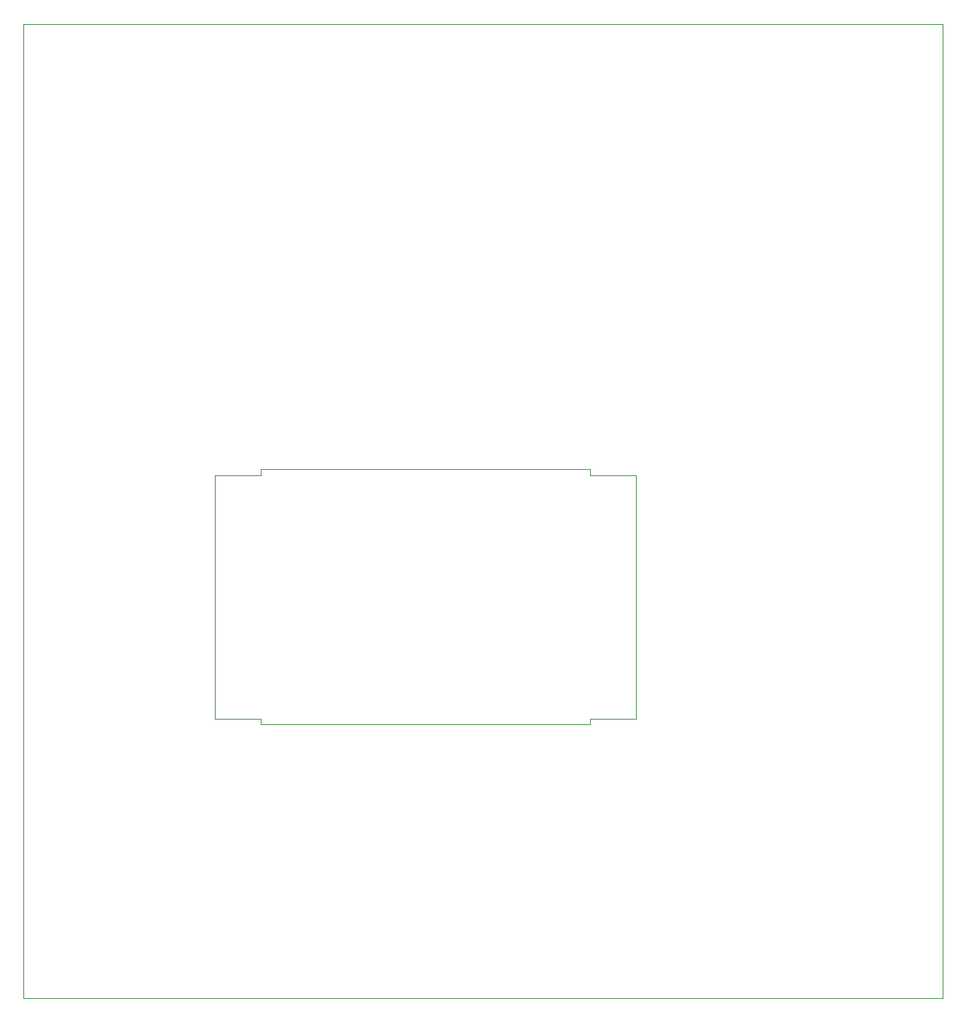
<source format=gm1>
G04 #@! TF.GenerationSoftware,KiCad,Pcbnew,5.1.10*
G04 #@! TF.CreationDate,2021-05-19T15:41:42-05:00*
G04 #@! TF.ProjectId,Power Board,506f7765-7220-4426-9f61-72642e6b6963,rev?*
G04 #@! TF.SameCoordinates,Original*
G04 #@! TF.FileFunction,Profile,NP*
%FSLAX46Y46*%
G04 Gerber Fmt 4.6, Leading zero omitted, Abs format (unit mm)*
G04 Created by KiCad (PCBNEW 5.1.10) date 2021-05-19 15:41:42*
%MOMM*%
%LPD*%
G01*
G04 APERTURE LIST*
G04 #@! TA.AperFunction,Profile*
%ADD10C,0.050000*%
G04 #@! TD*
G04 APERTURE END LIST*
D10*
X38000000Y-122000000D02*
X38250000Y-122000000D01*
X17500000Y-122000000D02*
X38000000Y-122000000D01*
X117500000Y-122000000D02*
X38250000Y-122000000D01*
X38375000Y-65050000D02*
X43375000Y-65050000D01*
X79125000Y-65050000D02*
X84125000Y-65050000D01*
X43375000Y-64425000D02*
X79125000Y-64425000D01*
X43375000Y-65050000D02*
X43375000Y-64425000D01*
X84125000Y-91550000D02*
X84125000Y-65050000D01*
X79125000Y-65050000D02*
X79125000Y-64425000D01*
X38375000Y-65050000D02*
X38375000Y-91550000D01*
X43375000Y-91550000D02*
X38375000Y-91550000D01*
X79125000Y-92175000D02*
X43375000Y-92175000D01*
X84125000Y-91550000D02*
X79125000Y-91550000D01*
X79125000Y-91550000D02*
X79125000Y-92175000D01*
X43375000Y-91550000D02*
X43375000Y-92175000D01*
X17500000Y-122000000D02*
X17500000Y-16000000D01*
X117500000Y-16000000D02*
X117500000Y-122000000D01*
X17500000Y-16000000D02*
X117500000Y-16000000D01*
M02*

</source>
